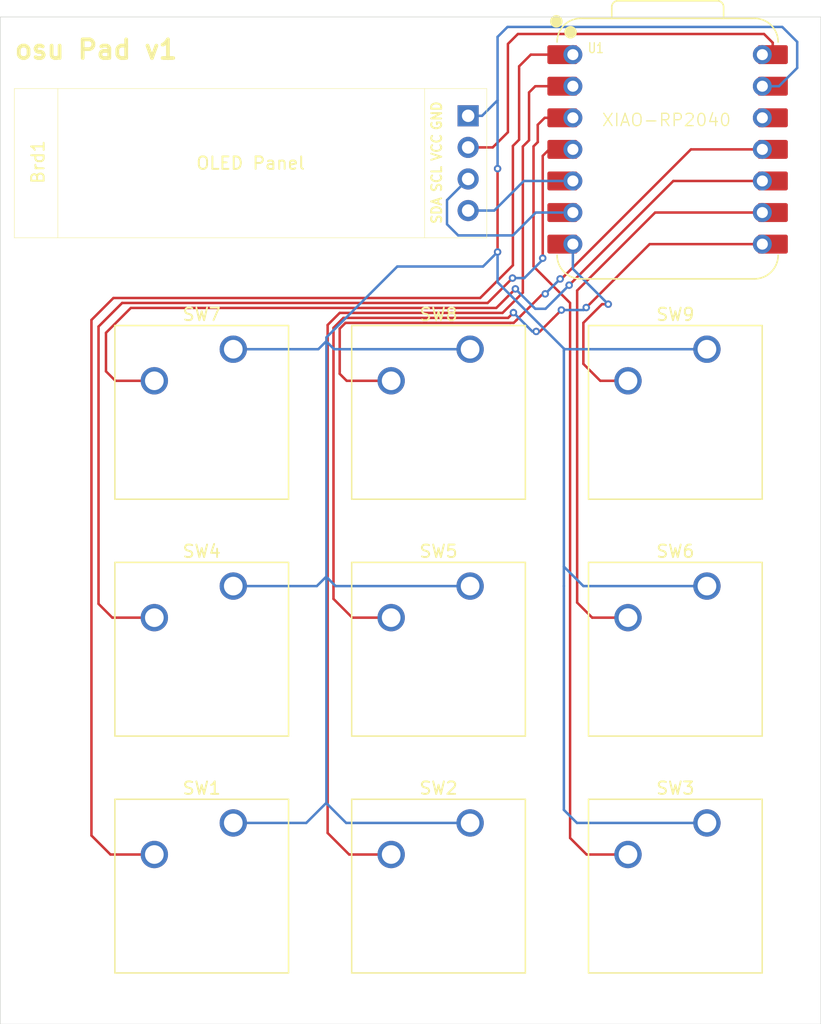
<source format=kicad_pcb>
(kicad_pcb (version 20241229) (generator "pcbnew") (generator_version "9.0")
  (title_block (title "osuPad PCB") (date "2025-06-14") (rev "1"))
  (layers (0 "F.Cu" signal) (2 "B.Cu" signal) (13 "F.Paste" user) (15 "B.Paste" user) (5 "F.SilkS" user "F.Silkscreen") (7 "B.SilkS" user "B.Silkscreen") (1 "F.Mask" user) (3 "B.Mask" user) (25 "Edge.Cuts" user))
  (net 0 "")
  (net 1 "Net-(Brd1-SDA)")
  (net 2 "+5V")
  (net 3 "GND")
  (net 4 "Net-(Brd1-SCL)")
  (net 5 "Net-(U1-GPIO26{slash}ADC0{slash}A0)")
  (net 6 "Net-(U1-GPIO27{slash}ADC1{slash}A1)")
  (net 7 "Net-(U1-GPIO28{slash}ADC2{slash}A2)")
  (net 8 "Net-(U1-GPIO29{slash}ADC3{slash}A3)")
  (net 9 "Net-(U1-GPIO1{slash}RX)")
  (net 10 "Net-(U1-GPIO2{slash}SCK)")
  (net 11 "Net-(U1-GPIO4{slash}MISO)")
  (net 12 "Net-(U1-GPIO3{slash}MOSI)")
  (net 14 "Net-(U1-GPIO0{slash}TX)")
  (footprint "Button_Switch_Keyboard:SW_Cherry_MX_1.00u_PCB" (layer "F.Cu") (at 127.46 158.17)
    (property "Reference" "SW4" (at -2.54 -2.794 0) (layer "F.SilkS"))
    (property "Value" "SW_Push")
    (fp_line (start -9.525 -1.905) (end 4.445 -1.905) (stroke (width 0.12)) (layer "F.SilkS"))
    (fp_line (start -9.525 12.065) (end -9.525 -1.905) (stroke (width 0.12)) (layer "F.SilkS"))
    (fp_line (start 4.445 -1.905) (end 4.445 12.065) (stroke (width 0.12)) (layer "F.SilkS"))
    (fp_line (start 4.445 12.065) (end -9.525 12.065) (stroke (width 0.12)) (layer "F.SilkS"))
    (pad "" np_thru_hole circle (at -7.62 5.08) (size 1.7 1.7) (drill 1.7) (layers "*.Cu" "*.Mask"))
    (pad "" np_thru_hole circle (at -2.54 5.08) (size 4 4) (drill 4) (layers "*.Cu" "*.Mask"))
    (pad "" np_thru_hole circle (at 2.54 5.08) (size 1.7 1.7) (drill 1.7) (layers "*.Cu" "*.Mask"))
    (pad "1" thru_hole circle (at 0 0) (size 2.2 2.2) (drill 1.5) (layers "*.Cu" "*.Mask") (net 3 "GND"))
    (pad "2" thru_hole circle (at -6.35 2.54) (size 2.2 2.2) (drill 1.5) (layers "*.Cu" "*.Mask") (net 8 "Net-(U1-GPIO29{slash}ADC3{slash}A3)"))
  )
  (footprint "Button_Switch_Keyboard:SW_Cherry_MX_1.00u_PCB" (layer "F.Cu") (at 146.51 158.17)
    (property "Reference" "SW5" (at -2.54 -2.794 0) (layer "F.SilkS"))
    (property "Value" "SW_Push")
    (fp_line (start -9.525 -1.905) (end 4.445 -1.905) (stroke (width 0.12)) (layer "F.SilkS"))
    (fp_line (start -9.525 12.065) (end -9.525 -1.905) (stroke (width 0.12)) (layer "F.SilkS"))
    (fp_line (start 4.445 -1.905) (end 4.445 12.065) (stroke (width 0.12)) (layer "F.SilkS"))
    (fp_line (start 4.445 12.065) (end -9.525 12.065) (stroke (width 0.12)) (layer "F.SilkS"))
    (pad "" np_thru_hole circle (at -7.62 5.08) (size 1.7 1.7) (drill 1.7) (layers "*.Cu" "*.Mask"))
    (pad "" np_thru_hole circle (at -2.54 5.08) (size 4 4) (drill 4) (layers "*.Cu" "*.Mask"))
    (pad "" np_thru_hole circle (at 2.54 5.08) (size 1.7 1.7) (drill 1.7) (layers "*.Cu" "*.Mask"))
    (pad "1" thru_hole circle (at 0 0) (size 2.2 2.2) (drill 1.5) (layers "*.Cu" "*.Mask") (net 3 "GND"))
    (pad "2" thru_hole circle (at -6.35 2.54) (size 2.2 2.2) (drill 1.5) (layers "*.Cu" "*.Mask") (net 9 "Net-(U1-GPIO1{slash}RX)"))
  )
  (footprint "Button_Switch_Keyboard:SW_Cherry_MX_1.00u_PCB" (layer "F.Cu") (at 165.56 158.17)
    (property "Reference" "SW6" (at -2.54 -2.794 0) (layer "F.SilkS"))
    (property "Value" "SW_Push")
    (fp_line (start -9.525 -1.905) (end 4.445 -1.905) (stroke (width 0.12)) (layer "F.SilkS"))
    (fp_line (start -9.525 12.065) (end -9.525 -1.905) (stroke (width 0.12)) (layer "F.SilkS"))
    (fp_line (start 4.445 -1.905) (end 4.445 12.065) (stroke (width 0.12)) (layer "F.SilkS"))
    (fp_line (start 4.445 12.065) (end -9.525 12.065) (stroke (width 0.12)) (layer "F.SilkS"))
    (pad "" np_thru_hole circle (at -7.62 5.08) (size 1.7 1.7) (drill 1.7) (layers "*.Cu" "*.Mask"))
    (pad "" np_thru_hole circle (at -2.54 5.08) (size 4 4) (drill 4) (layers "*.Cu" "*.Mask"))
    (pad "" np_thru_hole circle (at 2.54 5.08) (size 1.7 1.7) (drill 1.7) (layers "*.Cu" "*.Mask"))
    (pad "1" thru_hole circle (at 0 0) (size 2.2 2.2) (drill 1.5) (layers "*.Cu" "*.Mask") (net 3 "GND"))
    (pad "2" thru_hole circle (at -6.35 2.54) (size 2.2 2.2) (drill 1.5) (layers "*.Cu" "*.Mask") (net 10 "Net-(U1-GPIO2{slash}SCK)"))
  )
  (footprint "SSD1306-0.91-OLED-4pin-128x32:SSD1306-0.91-OLED-4pin-128x32" (layer "F.Cu") (at 109.85125 118.15875)
    (property "Reference" "Brd1" (at 1.9 5.91 90) (layer "F.SilkS"))
    (property "Value" "SSD1306")
    (fp_line (start 0 0) (end 0 12) (stroke (width 0.04)) (layer "F.SilkS"))
    (fp_line (start 0 12) (end 38 12) (stroke (width 0.04)) (layer "F.SilkS"))
    (fp_line (start 3.5 0) (end 3.5 12) (stroke (width 0.04)) (layer "F.SilkS"))
    (fp_line (start 33 0) (end 33 12) (stroke (width 0.04)) (layer "F.SilkS"))
    (fp_line (start 38 0) (end 0 0) (stroke (width 0.04)) (layer "F.SilkS"))
    (fp_line (start 38 12) (end 38 0) (stroke (width 0.04)) (layer "F.SilkS"))
    (fp_text user "SDA" (at 33.96875 9.81 90) (layer "F.SilkS") (effects (font (size 0.8 0.75))))
    (fp_text user "VCC" (at 33.96875 4.73 90) (layer "F.SilkS") (effects (font (size 0.8 0.75))))
    (fp_text user "OLED Panel" (at 19 6 0) (layer "F.SilkS"))
    (fp_text user "SCL" (at 33.96875 7.27 90) (layer "F.SilkS") (effects (font (size 0.8 0.75))))
    (fp_text user "GND" (at 33.96875 2.19 90) (layer "F.SilkS") (effects (font (size 0.8 0.75))))
    (pad "1" thru_hole rect (at 36.5 2.19) (size 1.7 1.7) (drill 1) (layers "*.Cu" "*.Mask") (net 3 "GND"))
    (pad "2" thru_hole oval (at 36.5 4.73) (size 1.7 1.7) (drill 1) (layers "*.Cu" "*.Mask") (net 2 "+5V"))
    (pad "3" thru_hole oval (at 36.5 7.27) (size 1.7 1.7) (drill 1) (layers "*.Cu" "*.Mask") (net 4 "Net-(Brd1-SCL)"))
    (pad "4" thru_hole oval (at 36.5 9.81) (size 1.7 1.7) (drill 1) (layers "*.Cu" "*.Mask") (net 1 "Net-(Brd1-SDA)"))
  )
  (footprint "Button_Switch_Keyboard:SW_Cherry_MX_1.00u_PCB" (layer "F.Cu") (at 165.56 139.12)
    (property "Reference" "SW9" (at -2.54 -2.794 0) (layer "F.SilkS"))
    (property "Value" "SW_Push")
    (fp_line (start -9.525 -1.905) (end 4.445 -1.905) (stroke (width 0.12)) (layer "F.SilkS"))
    (fp_line (start -9.525 12.065) (end -9.525 -1.905) (stroke (width 0.12)) (layer "F.SilkS"))
    (fp_line (start 4.445 -1.905) (end 4.445 12.065) (stroke (width 0.12)) (layer "F.SilkS"))
    (fp_line (start 4.445 12.065) (end -9.525 12.065) (stroke (width 0.12)) (layer "F.SilkS"))
    (pad "" np_thru_hole circle (at -7.62 5.08) (size 1.7 1.7) (drill 1.7) (layers "*.Cu" "*.Mask"))
    (pad "" np_thru_hole circle (at -2.54 5.08) (size 4 4) (drill 4) (layers "*.Cu" "*.Mask"))
    (pad "" np_thru_hole circle (at 2.54 5.08) (size 1.7 1.7) (drill 1.7) (layers "*.Cu" "*.Mask"))
    (pad "1" thru_hole circle (at 0 0) (size 2.2 2.2) (drill 1.5) (layers "*.Cu" "*.Mask") (net 3 "GND"))
    (pad "2" thru_hole circle (at -6.35 2.54) (size 2.2 2.2) (drill 1.5) (layers "*.Cu" "*.Mask") (net 14 "Net-(U1-GPIO0{slash}TX)"))
  )
  (footprint "Button_Switch_Keyboard:SW_Cherry_MX_1.00u_PCB" (layer "F.Cu") (at 127.46 177.22)
    (property "Reference" "SW1" (at -2.54 -2.794 0) (layer "F.SilkS"))
    (property "Value" "SW_Push")
    (fp_line (start -9.525 -1.905) (end 4.445 -1.905) (stroke (width 0.12)) (layer "F.SilkS"))
    (fp_line (start -9.525 12.065) (end -9.525 -1.905) (stroke (width 0.12)) (layer "F.SilkS"))
    (fp_line (start 4.445 -1.905) (end 4.445 12.065) (stroke (width 0.12)) (layer "F.SilkS"))
    (fp_line (start 4.445 12.065) (end -9.525 12.065) (stroke (width 0.12)) (layer "F.SilkS"))
    (pad "" np_thru_hole circle (at -7.62 5.08) (size 1.7 1.7) (drill 1.7) (layers "*.Cu" "*.Mask"))
    (pad "" np_thru_hole circle (at -2.54 5.08) (size 4 4) (drill 4) (layers "*.Cu" "*.Mask"))
    (pad "" np_thru_hole circle (at 2.54 5.08) (size 1.7 1.7) (drill 1.7) (layers "*.Cu" "*.Mask"))
    (pad "1" thru_hole circle (at 0 0) (size 2.2 2.2) (drill 1.5) (layers "*.Cu" "*.Mask") (net 3 "GND"))
    (pad "2" thru_hole circle (at -6.35 2.54) (size 2.2 2.2) (drill 1.5) (layers "*.Cu" "*.Mask") (net 5 "Net-(U1-GPIO26{slash}ADC0{slash}A0)"))
  )
  (footprint "Button_Switch_Keyboard:SW_Cherry_MX_1.00u_PCB" (layer "F.Cu") (at 146.51 139.12)
    (property "Reference" "SW8" (at -2.54 -2.794 0) (layer "F.SilkS"))
    (property "Value" "SW_Push")
    (fp_line (start -9.525 -1.905) (end 4.445 -1.905) (stroke (width 0.12)) (layer "F.SilkS"))
    (fp_line (start -9.525 12.065) (end -9.525 -1.905) (stroke (width 0.12)) (layer "F.SilkS"))
    (fp_line (start 4.445 -1.905) (end 4.445 12.065) (stroke (width 0.12)) (layer "F.SilkS"))
    (fp_line (start 4.445 12.065) (end -9.525 12.065) (stroke (width 0.12)) (layer "F.SilkS"))
    (pad "" np_thru_hole circle (at -7.62 5.08) (size 1.7 1.7) (drill 1.7) (layers "*.Cu" "*.Mask"))
    (pad "" np_thru_hole circle (at -2.54 5.08) (size 4 4) (drill 4) (layers "*.Cu" "*.Mask"))
    (pad "" np_thru_hole circle (at 2.54 5.08) (size 1.7 1.7) (drill 1.7) (layers "*.Cu" "*.Mask"))
    (pad "1" thru_hole circle (at 0 0) (size 2.2 2.2) (drill 1.5) (layers "*.Cu" "*.Mask") (net 3 "GND"))
    (pad "2" thru_hole circle (at -6.35 2.54) (size 2.2 2.2) (drill 1.5) (layers "*.Cu" "*.Mask") (net 12 "Net-(U1-GPIO3{slash}MOSI)"))
  )
  (footprint "Button_Switch_Keyboard:SW_Cherry_MX_1.00u_PCB" (layer "F.Cu") (at 127.46 139.12)
    (property "Reference" "SW7" (at -2.54 -2.794 0) (layer "F.SilkS"))
    (property "Value" "SW_Push")
    (fp_line (start -9.525 -1.905) (end 4.445 -1.905) (stroke (width 0.12)) (layer "F.SilkS"))
    (fp_line (start -9.525 12.065) (end -9.525 -1.905) (stroke (width 0.12)) (layer "F.SilkS"))
    (fp_line (start 4.445 -1.905) (end 4.445 12.065) (stroke (width 0.12)) (layer "F.SilkS"))
    (fp_line (start 4.445 12.065) (end -9.525 12.065) (stroke (width 0.12)) (layer "F.SilkS"))
    (pad "" np_thru_hole circle (at -7.62 5.08) (size 1.7 1.7) (drill 1.7) (layers "*.Cu" "*.Mask"))
    (pad "" np_thru_hole circle (at -2.54 5.08) (size 4 4) (drill 4) (layers "*.Cu" "*.Mask"))
    (pad "" np_thru_hole circle (at 2.54 5.08) (size 1.7 1.7) (drill 1.7) (layers "*.Cu" "*.Mask"))
    (pad "1" thru_hole circle (at 0 0) (size 2.2 2.2) (drill 1.5) (layers "*.Cu" "*.Mask") (net 3 "GND"))
    (pad "2" thru_hole circle (at -6.35 2.54) (size 2.2 2.2) (drill 1.5) (layers "*.Cu" "*.Mask") (net 11 "Net-(U1-GPIO4{slash}MISO)"))
  )
  (footprint "Button_Switch_Keyboard:SW_Cherry_MX_1.00u_PCB" (layer "F.Cu") (at 165.56 177.22)
    (property "Reference" "SW3" (at -2.54 -2.794 0) (layer "F.SilkS"))
    (property "Value" "SW_Push")
    (fp_line (start -9.525 -1.905) (end 4.445 -1.905) (stroke (width 0.12)) (layer "F.SilkS"))
    (fp_line (start -9.525 12.065) (end -9.525 -1.905) (stroke (width 0.12)) (layer "F.SilkS"))
    (fp_line (start 4.445 -1.905) (end 4.445 12.065) (stroke (width 0.12)) (layer "F.SilkS"))
    (fp_line (start 4.445 12.065) (end -9.525 12.065) (stroke (width 0.12)) (layer "F.SilkS"))
    (pad "" np_thru_hole circle (at -7.62 5.08) (size 1.7 1.7) (drill 1.7) (layers "*.Cu" "*.Mask"))
    (pad "" np_thru_hole circle (at -2.54 5.08) (size 4 4) (drill 4) (layers "*.Cu" "*.Mask"))
    (pad "" np_thru_hole circle (at 2.54 5.08) (size 1.7 1.7) (drill 1.7) (layers "*.Cu" "*.Mask"))
    (pad "1" thru_hole circle (at 0 0) (size 2.2 2.2) (drill 1.5) (layers "*.Cu" "*.Mask") (net 3 "GND"))
    (pad "2" thru_hole circle (at -6.35 2.54) (size 2.2 2.2) (drill 1.5) (layers "*.Cu" "*.Mask") (net 7 "Net-(U1-GPIO28{slash}ADC2{slash}A2)"))
  )
  (footprint "Seeed Studio XIAO Series Library:XIAO-RP2040-DIP" (layer "F.Cu") (at 162.39625 123.04875)
    (property "Reference" "U1" (at -5.77625 -8.14875 0) (layer "F.SilkS") (effects (font (size 0.8 0.635) (thickness 0.1016))))
    (property "Value" "XIAO-RP2040-DIP")
    (fp_line (start -6.985 10.414) (end 6.985 10.414) (stroke (width 0.127)) (layer "F.SilkS"))
    (fp_line (start -4.495 -10.541) (end -4.491272 -11.451272) (stroke (width 0.127)) (layer "F.SilkS"))
    (fp_line (start -3.991272 -11.951) (end 4.004 -11.951) (stroke (width 0.127)) (layer "F.SilkS"))
    (fp_line (start 4.504 -11.451) (end 4.504 -10.541) (stroke (width 0.127)) (layer "F.SilkS"))
    (fp_line (start 6.985 -10.541) (end -6.985 -10.541) (stroke (width 0.1)) (layer "F.SilkS"))
    (fp_line (start 6.985 -10.541) (end -6.985 -10.541) (stroke (width 0.127)) (layer "F.SilkS"))
    (fp_arc (start -8.89 -8.636) (mid -8.332038 -9.983038) (end -6.985 -10.541) (stroke (width 0.127)) (layer "F.SilkS"))
    (fp_arc (start -6.985 10.414) (mid -8.332038 9.856038) (end -8.89 8.509) (stroke (width 0.127)) (layer "F.SilkS"))
    (fp_arc (start -4.491272 -11.451272) (mid -4.344728 -11.80464) (end -3.991272 -11.951) (stroke (width 0.127)) (layer "F.SilkS"))
    (fp_arc (start 4.004 -11.951) (mid 4.357553 -11.804553) (end 4.504 -11.451) (stroke (width 0.127)) (layer "F.SilkS"))
    (fp_arc (start 6.985 -10.541) (mid 8.332038 -9.983038) (end 8.89 -8.636) (stroke (width 0.127)) (layer "F.SilkS"))
    (fp_arc (start 8.89 8.509) (mid 8.332038 9.856038) (end 6.985 10.414) (stroke (width 0.127)) (layer "F.SilkS"))
    (fp_circle (center -8.95 -10.3) (end -8.95 -10.554) (stroke (width 0.5)) (fill yes) (layer "F.SilkS"))
    (fp_circle (center -7.807 -9.42) (end -7.807 -9.674) (stroke (width 0.5)) (fill yes) (layer "F.SilkS"))
    (pad "1" smd roundrect (at -8.455 -7.62 180) (size 2.432 1.524) (layers "F.Cu" "F.Mask") (roundrect_rratio 0.1) (net 5 "Net-(U1-GPIO26{slash}ADC0{slash}A0)"))
    (pad "1" thru_hole circle (at -7.62 -7.62 180) (size 1.524 1.524) (drill 0.889) (layers "*.Cu" "*.Mask") (net 5 "Net-(U1-GPIO26{slash}ADC0{slash}A0)"))
    (pad "2" smd roundrect (at -8.455 -5.08 180) (size 2.432 1.524) (layers "F.Cu" "F.Mask") (roundrect_rratio 0.1) (net 6 "Net-(U1-GPIO27{slash}ADC1{slash}A1)"))
    (pad "2" thru_hole circle (at -7.62 -5.08 180) (size 1.524 1.524) (drill 0.889) (layers "*.Cu" "*.Mask") (net 6 "Net-(U1-GPIO27{slash}ADC1{slash}A1)"))
    (pad "3" smd roundrect (at -8.455 -2.54 180) (size 2.432 1.524) (layers "F.Cu" "F.Mask") (roundrect_rratio 0.1) (net 7 "Net-(U1-GPIO28{slash}ADC2{slash}A2)"))
    (pad "3" thru_hole circle (at -7.62 -2.54 180) (size 1.524 1.524) (drill 0.889) (layers "*.Cu" "*.Mask") (net 7 "Net-(U1-GPIO28{slash}ADC2{slash}A2)"))
    (pad "4" smd roundrect (at -8.455 0 180) (size 2.432 1.524) (layers "F.Cu" "F.Mask") (roundrect_rratio 0.1) (net 8 "Net-(U1-GPIO29{slash}ADC3{slash}A3)"))
    (pad "4" thru_hole circle (at -7.62 0 180) (size 1.524 1.524) (drill 0.889) (layers "*.Cu" "*.Mask") (net 8 "Net-(U1-GPIO29{slash}ADC3{slash}A3)"))
    (pad "5" smd roundrect (at -8.455 2.54 180) (size 2.432 1.524) (layers "F.Cu" "F.Mask") (roundrect_rratio 0.1) (net 1 "Net-(Brd1-SDA)"))
    (pad "5" thru_hole circle (at -7.62 2.54 180) (size 1.524 1.524) (drill 0.889) (layers "*.Cu" "*.Mask") (net 1 "Net-(Brd1-SDA)"))
    (pad "6" smd roundrect (at -8.455 5.08 180) (size 2.432 1.524) (layers "F.Cu" "F.Mask") (roundrect_rratio 0.1) (net 4 "Net-(Brd1-SCL)"))
    (pad "6" thru_hole circle (at -7.62 5.08 180) (size 1.524 1.524) (drill 0.889) (layers "*.Cu" "*.Mask") (net 4 "Net-(Brd1-SCL)"))
    (pad "7" smd roundrect (at -8.455 7.62 180) (size 2.432 1.524) (layers "F.Cu" "F.Mask") (roundrect_rratio 0.1) (net 14 "Net-(U1-GPIO0{slash}TX)"))
    (pad "7" thru_hole circle (at -7.62 7.62 180) (size 1.524 1.524) (drill 0.889) (layers "*.Cu" "*.Mask") (net 14 "Net-(U1-GPIO0{slash}TX)"))
    (pad "8" thru_hole circle (at 7.62 7.62) (size 1.524 1.524) (drill 0.889) (layers "*.Cu" "*.Mask") (net 9 "Net-(U1-GPIO1{slash}RX)"))
    (pad "8" smd roundrect (at 8.455 7.62) (size 2.432 1.524) (layers "F.Cu" "F.Mask") (roundrect_rratio 0.1) (net 9 "Net-(U1-GPIO1{slash}RX)"))
    (pad "9" thru_hole circle (at 7.62 5.08) (size 1.524 1.524) (drill 0.889) (layers "*.Cu" "*.Mask") (net 10 "Net-(U1-GPIO2{slash}SCK)"))
    (pad "9" smd roundrect (at 8.455 5.08) (size 2.432 1.524) (layers "F.Cu" "F.Mask") (roundrect_rratio 0.1) (net 10 "Net-(U1-GPIO2{slash}SCK)"))
    (pad "10" thru_hole circle (at 7.62 2.54) (size 1.524 1.524) (drill 0.889) (layers "*.Cu" "*.Mask") (net 11 "Net-(U1-GPIO4{slash}MISO)"))
    (pad "10" smd roundrect (at 8.455 2.54) (size 2.432 1.524) (layers "F.Cu" "F.Mask") (roundrect_rratio 0.1) (net 11 "Net-(U1-GPIO4{slash}MISO)"))
    (pad "11" thru_hole circle (at 7.62 0) (size 1.524 1.524) (drill 0.889) (layers "*.Cu" "*.Mask") (net 12 "Net-(U1-GPIO3{slash}MOSI)"))
    (pad "11" smd roundrect (at 8.455 0) (size 2.432 1.524) (layers "F.Cu" "F.Mask") (roundrect_rratio 0.1) (net 12 "Net-(U1-GPIO3{slash}MOSI)"))
    (pad "12" thru_hole circle (at 7.62 -2.54) (size 1.524 1.524) (drill 0.889) (layers "*.Cu" "*.Mask"))
    (pad "12" smd roundrect (at 8.455 -2.54) (size 2.432 1.524) (layers "F.Cu" "F.Mask") (roundrect_rratio 0.1))
    (pad "13" thru_hole circle (at 7.62 -5.08) (size 1.524 1.524) (drill 0.889) (layers "*.Cu" "*.Mask") (net 3 "GND"))
    (pad "13" smd roundrect (at 8.455 -5.08) (size 2.432 1.524) (layers "F.Cu" "F.Mask") (roundrect_rratio 0.1) (net 3 "GND"))
    (pad "14" thru_hole circle (at 7.62 -7.62) (size 1.524 1.524) (drill 0.889) (layers "*.Cu" "*.Mask") (net 2 "+5V"))
    (pad "14" smd roundrect (at 8.455 -7.62) (size 2.432 1.524) (layers "F.Cu" "F.Mask") (roundrect_rratio 0.1) (net 2 "+5V"))
  )
  (footprint "Button_Switch_Keyboard:SW_Cherry_MX_1.00u_PCB" (layer "F.Cu") (at 146.51 177.22)
    (property "Reference" "SW2" (at -2.54 -2.794 0) (layer "F.SilkS"))
    (property "Value" "SW_Push")
    (fp_line (start -9.525 -1.905) (end 4.445 -1.905) (stroke (width 0.12)) (layer "F.SilkS"))
    (fp_line (start -9.525 12.065) (end -9.525 -1.905) (stroke (width 0.12)) (layer "F.SilkS"))
    (fp_line (start 4.445 -1.905) (end 4.445 12.065) (stroke (width 0.12)) (layer "F.SilkS"))
    (fp_line (start 4.445 12.065) (end -9.525 12.065) (stroke (width 0.12)) (layer "F.SilkS"))
    (pad "" np_thru_hole circle (at -7.62 5.08) (size 1.7 1.7) (drill 1.7) (layers "*.Cu" "*.Mask"))
    (pad "" np_thru_hole circle (at -2.54 5.08) (size 4 4) (drill 4) (layers "*.Cu" "*.Mask"))
    (pad "" np_thru_hole circle (at 2.54 5.08) (size 1.7 1.7) (drill 1.7) (layers "*.Cu" "*.Mask"))
    (pad "1" thru_hole circle (at 0 0) (size 2.2 2.2) (drill 1.5) (layers "*.Cu" "*.Mask") (net 3 "GND"))
    (pad "2" thru_hole circle (at -6.35 2.54) (size 2.2 2.2) (drill 1.5) (layers "*.Cu" "*.Mask") (net 6 "Net-(U1-GPIO27{slash}ADC1{slash}A1)"))
  )
  (gr_rect (start 108.72 112.4) (end 174.72 193.4) (stroke (width 0.05)) (fill no) (layer "Edge.Cuts"))
  (gr_text "osu Pad v1" (at 109.72 115.9 0) (layer "F.SilkS") (effects (font (size 1.5 1.5) (thickness 0.3) (bold yes)) (justify left bottom)))
  (gr_text "XIAO-RP2040\n" (at 157.05125 121.26875 0) (layer "F.SilkS") (effects (font (size 1 1) (thickness 0.1)) (justify left bottom)))
  (segment (start 148.45125 127.96875) (end 150.83125 125.58875) (width 0.2) (layer "B.Cu") (net 1))
  (segment (start 150.83125 125.58875) (end 153.94125 125.58875) (width 0.2) (layer "B.Cu") (net 1))
  (segment (start 146.35125 127.96875) (end 148.45125 127.96875) (width 0.2) (layer "B.Cu") (net 1))
  (segment (start 170.15125 113.76875) (end 150.35125 113.76875) (width 0.2) (layer "F.Cu") (net 2))
  (segment (start 149.55125 121.66875) (end 148.33125 122.88875) (width 0.2) (layer "F.Cu") (net 2))
  (segment (start 149.55125 114.56875) (end 149.55125 121.66875) (width 0.2) (layer "F.Cu") (net 2))
  (segment (start 170.85125 115.42875) (end 170.85125 114.46875) (width 0.2) (layer "F.Cu") (net 2))
  (segment (start 148.33125 122.88875) (end 146.35125 122.88875) (width 0.2) (layer "F.Cu") (net 2))
  (segment (start 150.35125 113.76875) (end 149.55125 114.56875) (width 0.2) (layer "F.Cu") (net 2))
  (segment (start 170.85125 114.46875) (end 170.15125 113.76875) (width 0.2) (layer "F.Cu") (net 2))
  (segment (start 148.72 131.3) (end 148.72 124.6) (width 0.2) (layer "F.Cu") (net 3))
  (via (at 148.72 131.3) (size 0.6) (drill 0.3) (layers "F.Cu" "B.Cu") (net 3))
  (via (at 148.72 124.6) (size 0.6) (drill 0.3) (layers "F.Cu" "B.Cu") (net 3))
  (segment (start 171.62 113.2) (end 149.52 113.2) (width 0.2) (layer "B.Cu") (net 3))
  (segment (start 134.95125 138.16875) (end 134.95125 175.63125) (width 0.2) (layer "B.Cu") (net 3))
  (segment (start 154.05125 158.16875) (end 154.05125 176.16875) (width 0.2) (layer "B.Cu") (net 3))
  (segment (start 154.05125 139.26875) (end 154.05125 158.16875) (width 0.2) (layer "B.Cu") (net 3))
  (segment (start 149.52 113.2) (end 148.72 114) (width 0.2) (layer "B.Cu") (net 3))
  (segment (start 134.3 139.12) (end 127.46 139.12) (width 0.2) (layer "B.Cu") (net 3))
  (segment (start 134.95125 175.63125) (end 136.54 177.22) (width 0.2) (layer "B.Cu") (net 3))
  (segment (start 134.18125 158.17) (end 127.46 158.17) (width 0.2) (layer "B.Cu") (net 3))
  (segment (start 154.05125 176.16875) (end 155.1025 177.22) (width 0.2) (layer "B.Cu") (net 3))
  (segment (start 148.72 124.6) (end 148.72 119.1) (width 0.2) (layer "B.Cu") (net 3))
  (segment (start 148.72 119.1) (end 147.47125 120.34875) (width 0.2) (layer "B.Cu") (net 3))
  (segment (start 133.33125 177.22) (end 127.46 177.22) (width 0.2) (layer "B.Cu") (net 3))
  (segment (start 148.72 133.7375) (end 154.05125 139.06875) (width 0.2) (layer "B.Cu") (net 3))
  (segment (start 136.54 177.22) (end 146.51 177.22) (width 0.2) (layer "B.Cu") (net 3))
  (segment (start 134.95125 175.6) (end 133.33125 177.22) (width 0.2) (layer "B.Cu") (net 3))
  (segment (start 154.05125 139.06875) (end 154.05125 139.26875) (width 0.2) (layer "B.Cu") (net 3))
  (segment (start 171.35125 117.96875) (end 172.82 116.5) (width 0.2) (layer "B.Cu") (net 3))
  (segment (start 172.82 114.4) (end 171.62 113.2) (width 0.2) (layer "B.Cu") (net 3))
  (segment (start 140.65125 132.46875) (end 134.95125 138.16875) (width 0.2) (layer "B.Cu") (net 3))
  (segment (start 170.01625 117.96875) (end 171.35125 117.96875) (width 0.2) (layer "B.Cu") (net 3))
  (segment (start 154.05125 156.6) (end 155.62125 158.17) (width 0.2) (layer "B.Cu") (net 3))
  (segment (start 134.92 138.5) (end 134.3 139.12) (width 0.2) (layer "B.Cu") (net 3))
  (segment (start 135.69 158.17) (end 134.97 157.45) (width 0.2) (layer "B.Cu") (net 3))
  (segment (start 147.47125 120.34875) (end 146.35125 120.34875) (width 0.2) (layer "B.Cu") (net 3))
  (segment (start 148.72 131.3) (end 147.55125 132.46875) (width 0.2) (layer "B.Cu") (net 3))
  (segment (start 154.1025 139.12) (end 165.56 139.12) (width 0.2) (layer "B.Cu") (net 3))
  (segment (start 148.72 131.3) (end 148.72 133.7375) (width 0.2) (layer "B.Cu") (net 3))
  (segment (start 155.62125 158.17) (end 165.56 158.17) (width 0.2) (layer "B.Cu") (net 3))
  (segment (start 148.72 114) (end 148.72 119.1) (width 0.2) (layer "B.Cu") (net 3))
  (segment (start 134.18125 158.17) (end 134.90125 157.45) (width 0.2) (layer "B.Cu") (net 3))
  (segment (start 165.51125 177.26875) (end 165.56 177.22) (width 0.2) (layer "B.Cu") (net 3))
  (segment (start 147.55125 132.46875) (end 140.65125 132.46875) (width 0.2) (layer "B.Cu") (net 3))
  (segment (start 146.51 158.17) (end 135.69 158.17) (width 0.2) (layer "B.Cu") (net 3))
  (segment (start 146.51 139.12) (end 135.57125 139.12) (width 0.2) (layer "B.Cu") (net 3))
  (segment (start 155.1025 177.22) (end 165.56 177.22) (width 0.2) (layer "B.Cu") (net 3))
  (segment (start 172.82 116.5) (end 172.82 114.4) (width 0.2) (layer "B.Cu") (net 3))
  (segment (start 134.95125 138.5) (end 134.92 138.5) (width 0.2) (layer "B.Cu") (net 3))
  (segment (start 154.05125 139.06875) (end 154.1025 139.12) (width 0.2) (layer "B.Cu") (net 3))
  (segment (start 135.57125 139.12) (end 134.95125 138.5) (width 0.2) (layer "B.Cu") (net 3))
  (segment (start 144.65125 127.12875) (end 144.65125 129.06875) (width 0.2) (layer "B.Cu") (net 4))
  (segment (start 146.35125 125.42875) (end 144.65125 127.12875) (width 0.2) (layer "B.Cu") (net 4))
  (segment (start 149.95125 129.96875) (end 151.79125 128.12875) (width 0.2) (layer "B.Cu") (net 4))
  (segment (start 145.55125 129.96875) (end 149.95125 129.96875) (width 0.2) (layer "B.Cu") (net 4))
  (segment (start 144.65125 129.06875) (end 145.55125 129.96875) (width 0.2) (layer "B.Cu") (net 4))
  (segment (start 151.79125 128.12875) (end 153.94125 128.12875) (width 0.2) (layer "B.Cu") (net 4))
  (segment (start 151.39125 115.42875) (end 150.45125 116.36875) (width 0.2) (layer "F.Cu") (net 5))
  (segment (start 153.94125 115.42875) (end 151.39125 115.42875) (width 0.2) (layer "F.Cu") (net 5))
  (segment (start 117.82 135) (end 116.05125 136.76875) (width 0.2) (layer "F.Cu") (net 5))
  (segment (start 149.95125 122.76875) (end 149.95125 132.36875) (width 0.2) (layer "F.Cu") (net 5))
  (segment (start 117.58 179.76) (end 121.11 179.76) (width 0.2) (layer "F.Cu") (net 5))
  (segment (start 150.45125 122.26875) (end 149.95125 122.76875) (width 0.2) (layer "F.Cu") (net 5))
  (segment (start 149.95125 132.36875) (end 147.32 135) (width 0.2) (layer "F.Cu") (net 5))
  (segment (start 147.32 135) (end 117.82 135) (width 0.2) (layer "F.Cu") (net 5))
  (segment (start 116.05125 178.23125) (end 117.58 179.76) (width 0.2) (layer "F.Cu") (net 5))
  (segment (start 150.45125 116.36875) (end 150.45125 122.26875) (width 0.2) (layer "F.Cu") (net 5))
  (segment (start 116.05125 136.76875) (end 116.05125 178.23125) (width 0.2) (layer "F.Cu") (net 5))
  (segment (start 150.75125 134.56875) (end 150.75125 122.81728) (width 0.2) (layer "F.Cu") (net 6))
  (segment (start 140.16 179.76) (end 136.78 179.76) (width 0.2) (layer "F.Cu") (net 6))
  (segment (start 135.05125 137.16875) (end 136.02 136.2) (width 0.2) (layer "F.Cu") (net 6))
  (segment (start 151.75125 117.96875) (end 154.77625 117.96875) (width 0.2) (layer "F.Cu") (net 6))
  (segment (start 151.25125 118.46875) (end 151.75125 117.96875) (width 0.2) (layer "F.Cu") (net 6))
  (segment (start 149.12 136.2) (end 150.75125 134.56875) (width 0.2) (layer "F.Cu") (net 6))
  (segment (start 150.75125 122.81728) (end 151.25125 122.31728) (width 0.2) (layer "F.Cu") (net 6))
  (segment (start 136.02 136.2) (end 149.12 136.2) (width 0.2) (layer "F.Cu") (net 6))
  (segment (start 151.25125 122.31728) (end 151.25125 118.46875) (width 0.2) (layer "F.Cu") (net 6))
  (segment (start 135.05125 178.03125) (end 135.05125 137.16875) (width 0.2) (layer "F.Cu") (net 6))
  (segment (start 136.78 179.76) (end 135.05125 178.03125) (width 0.2) (layer "F.Cu") (net 6))
  (segment (start 151.95125 122.465809) (end 151.610585 122.806474) (width 0.2) (layer "F.Cu") (net 7))
  (segment (start 153.94125 120.50875) (end 152.51125 120.50875) (width 0.2) (layer "F.Cu") (net 7))
  (segment (start 151.95125 121.06875) (end 151.95125 122.465809) (width 0.2) (layer "F.Cu") (net 7))
  (segment (start 154.55125 135.4) (end 154.55125 178.43125) (width 0.2) (layer "F.Cu") (net 7))
  (segment (start 154.55125 178.43125) (end 155.88 179.76) (width 0.2) (layer "F.Cu") (net 7))
  (segment (start 151.610585 122.806474) (end 151.610585 132.459335) (width 0.2) (layer "F.Cu") (net 7))
  (segment (start 155.88 179.76) (end 159.21 179.76) (width 0.2) (layer "F.Cu") (net 7))
  (segment (start 151.610585 132.459335) (end 154.55125 135.4) (width 0.2) (layer "F.Cu") (net 7))
  (segment (start 152.51125 120.50875) (end 151.95125 121.06875) (width 0.2) (layer "F.Cu") (net 7))
  (segment (start 147.92 135.4) (end 118.52 135.4) (width 0.2) (layer "F.Cu") (net 8))
  (segment (start 118.52 135.4) (end 116.62 137.3) (width 0.2) (layer "F.Cu") (net 8))
  (segment (start 152.35125 123.56875) (end 152.35125 131.8) (width 0.2) (layer "F.Cu") (net 8))
  (segment (start 152.87125 123.04875) (end 152.35125 123.56875) (width 0.2) (layer "F.Cu") (net 8))
  (segment (start 117.73 160.71) (end 121.11 160.71) (width 0.2) (layer "F.Cu") (net 8))
  (segment (start 116.62 159.6) (end 117.73 160.71) (width 0.2) (layer "F.Cu") (net 8))
  (segment (start 116.62 137.3) (end 116.62 159.6) (width 0.2) (layer "F.Cu") (net 8))
  (segment (start 149.92 133.4) (end 147.92 135.4) (width 0.2) (layer "F.Cu") (net 8))
  (segment (start 154.77625 123.04875) (end 152.87125 123.04875) (width 0.2) (layer "F.Cu") (net 8))
  (via (at 149.92 133.4) (size 0.6) (drill 0.3) (layers "F.Cu" "B.Cu") (net 8))
  (via (at 152.35125 131.8) (size 0.6) (drill 0.3) (layers "F.Cu" "B.Cu") (net 8))
  (segment (start 150.869946 133.4) (end 149.92 133.4) (width 0.2) (layer "B.Cu") (net 8))
  (segment (start 152.35125 131.918696) (end 150.869946 133.4) (width 0.2) (layer "B.Cu") (net 8))
  (segment (start 152.35125 131.8) (end 152.35125 131.918696) (width 0.2) (layer "B.Cu") (net 8))
  (segment (start 152.35125 131.76875) (end 152.35125 131.8) (width 0.2) (layer "B.Cu") (net 8))
  (segment (start 152.126985 137.693015) (end 151.826985 137.693015) (width 0.2) (layer "F.Cu") (net 9))
  (segment (start 136.32 136.6) (end 135.52 137.4) (width 0.2) (layer "F.Cu") (net 9))
  (segment (start 170.85125 130.66875) (end 160.95125 130.66875) (width 0.2) (layer "F.Cu") (net 9))
  (segment (start 135.52 137.4) (end 135.52 159.2) (width 0.2) (layer "F.Cu") (net 9))
  (segment (start 149.57147 136.6) (end 136.32 136.6) (width 0.2) (layer "F.Cu") (net 9))
  (segment (start 135.52 159.2) (end 137.03 160.71) (width 0.2) (layer "F.Cu") (net 9))
  (segment (start 153.22 136.6) (end 152.126985 137.693015) (width 0.2) (layer "F.Cu") (net 9))
  (segment (start 137.03 160.71) (end 140.16 160.71) (width 0.2) (layer "F.Cu") (net 9))
  (segment (start 160.95125 130.66875) (end 155.85125 135.76875) (width 0.2) (layer "F.Cu") (net 9))
  (segment (start 149.995735 136.175735) (end 149.57147 136.6) (width 0.2) (layer "F.Cu") (net 9))
  (segment (start 153.85125 135.96875) (end 153.22 136.6) (width 0.2) (layer "F.Cu") (net 9))
  (via (at 149.995735 136.175735) (size 0.6) (drill 0.3) (layers "F.Cu" "B.Cu") (net 9))
  (via (at 153.85125 135.96875) (size 0.6) (drill 0.3) (layers "F.Cu" "B.Cu") (net 9))
  (via (at 155.85125 135.76875) (size 0.6) (drill 0.3) (layers "F.Cu" "B.Cu") (net 9))
  (via (at 151.826985 137.693015) (size 0.6) (drill 0.3) (layers "F.Cu" "B.Cu") (net 9))
  (segment (start 151.826985 137.693015) (end 151.513015 137.693015) (width 0.2) (layer "B.Cu") (net 9))
  (segment (start 155.85125 135.76875) (end 155.65125 135.96875) (width 0.2) (layer "B.Cu") (net 9))
  (segment (start 155.65125 135.96875) (end 153.85125 135.96875) (width 0.2) (layer "B.Cu") (net 9))
  (segment (start 151.513015 137.693015) (end 149.995735 136.175735) (width 0.2) (layer "B.Cu") (net 9))
  (segment (start 155.12 159.5) (end 156.33 160.71) (width 0.2) (layer "F.Cu") (net 10))
  (segment (start 170.01625 128.12875) (end 161.39125 128.12875) (width 0.2) (layer "F.Cu") (net 10))
  (segment (start 161.39125 128.12875) (end 155.12 134.4) (width 0.2) (layer "F.Cu") (net 10))
  (segment (start 155.12 134.4) (end 155.12 159.5) (width 0.2) (layer "F.Cu") (net 10))
  (segment (start 156.33 160.71) (end 159.21 160.71) (width 0.2) (layer "F.Cu") (net 10))
  (segment (start 117.22 140.9) (end 117.98 141.66) (width 0.2) (layer "F.Cu") (net 11))
  (segment (start 170.01625 125.58875) (end 162.855705 125.58875) (width 0.2) (layer "F.Cu") (net 11))
  (segment (start 119.22 135.8) (end 117.22 137.8) (width 0.2) (layer "F.Cu") (net 11))
  (segment (start 150.15125 134.26875) (end 148.62 135.8) (width 0.2) (layer "F.Cu") (net 11))
  (segment (start 117.22 137.8) (end 117.22 140.9) (width 0.2) (layer "F.Cu") (net 11))
  (segment (start 117.98 141.66) (end 121.11 141.66) (width 0.2) (layer "F.Cu") (net 11))
  (segment (start 162.855705 125.58875) (end 154.475947 133.968508) (width 0.2) (layer "F.Cu") (net 11))
  (segment (start 148.62 135.8) (end 119.22 135.8) (width 0.2) (layer "F.Cu") (net 11))
  (via (at 150.15125 134.26875) (size 0.6) (drill 0.3) (layers "F.Cu" "B.Cu") (net 11))
  (via (at 154.475947 133.968508) (size 0.6) (drill 0.3) (layers "F.Cu" "B.Cu") (net 11))
  (segment (start 151.75125 135.86875) (end 152.575705 135.86875) (width 0.2) (layer "B.Cu") (net 11))
  (segment (start 150.15125 134.26875) (end 151.75125 135.86875) (width 0.2) (layer "B.Cu") (net 11))
  (segment (start 152.575705 135.86875) (end 154.475947 133.968508) (width 0.2) (layer "B.Cu") (net 11))
  (segment (start 164.27125 123.04875) (end 170.01625 123.04875) (width 0.2) (layer "F.Cu") (net 12))
  (segment (start 150.243265 136.776735) (end 150.02 137) (width 0.2) (layer "F.Cu") (net 12))
  (segment (start 150.02 137) (end 149.73857 137) (width 0.2) (layer "F.Cu") (net 12))
  (segment (start 149.73757 137.001) (end 136.4861 137.001) (width 0.2) (layer "F.Cu") (net 12))
  (segment (start 136.4861 137.001) (end 136.02 137.4671) (width 0.2) (layer "F.Cu") (net 12))
  (segment (start 150.596735 136.424678) (end 150.244678 136.776735) (width 0.2) (layer "F.Cu") (net 12))
  (segment (start 149.73857 137) (end 149.73757 137.001) (width 0.2) (layer "F.Cu") (net 12))
  (segment (start 153.75125 133.46875) (end 153.85125 133.46875) (width 0.2) (layer "F.Cu") (net 12))
  (segment (start 153.85125 133.46875) (end 164.27125 123.04875) (width 0.2) (layer "F.Cu") (net 12))
  (segment (start 150.244678 136.776735) (end 150.243265 136.776735) (width 0.2) (layer "F.Cu") (net 12))
  (segment (start 152.25125 134.76875) (end 150.596735 136.423265) (width 0.2) (layer "F.Cu") (net 12))
  (segment (start 152.55125 134.66875) (end 152.45125 134.76875) (width 0.2) (layer "F.Cu") (net 12))
  (segment (start 136.58 141.66) (end 140.16 141.66) (width 0.2) (layer "F.Cu") (net 12))
  (segment (start 136.02 137.4671) (end 136.02 141.1) (width 0.2) (layer "F.Cu") (net 12))
  (segment (start 150.596735 136.423265) (end 150.596735 136.424678) (width 0.2) (layer "F.Cu") (net 12))
  (segment (start 152.45125 134.76875) (end 152.25125 134.76875) (width 0.2) (layer "F.Cu") (net 12))
  (segment (start 136.02 141.1) (end 136.58 141.66) (width 0.2) (layer "F.Cu") (net 12))
  (via (at 152.55125 134.66875) (size 0.6) (drill 0.3) (layers "F.Cu" "B.Cu") (net 12))
  (via (at 153.75125 133.46875) (size 0.6) (drill 0.3) (layers "F.Cu" "B.Cu") (net 12))
  (segment (start 152.55125 134.66875) (end 153.75125 133.46875) (width 0.2) (layer "B.Cu") (net 12))
  (segment (start 159.21 141.66) (end 156.98 141.66) (width 0.2) (layer "F.Cu") (net 14))
  (segment (start 155.62 137) (end 157.12 135.5) (width 0.2) (layer "F.Cu") (net 14))
  (segment (start 155.62 140.3) (end 155.62 137) (width 0.2) (layer "F.Cu") (net 14))
  (segment (start 156.98 141.66) (end 155.62 140.3) (width 0.2) (layer "F.Cu") (net 14))
  (segment (start 157.12 135.5) (end 157.62 135.5) (width 0.2) (layer "F.Cu") (net 14))
  (via (at 157.62 135.5) (size 0.6) (drill 0.3) (layers "F.Cu" "B.Cu") (net 14))
  (segment (start 157.62 135.5) (end 154.77625 132.65625) (width 0.2) (layer "B.Cu") (net 14))
  (segment (start 154.77625 132.65625) (end 154.77625 130.66875) (width 0.2) (layer "B.Cu") (net 14))
)
</source>
